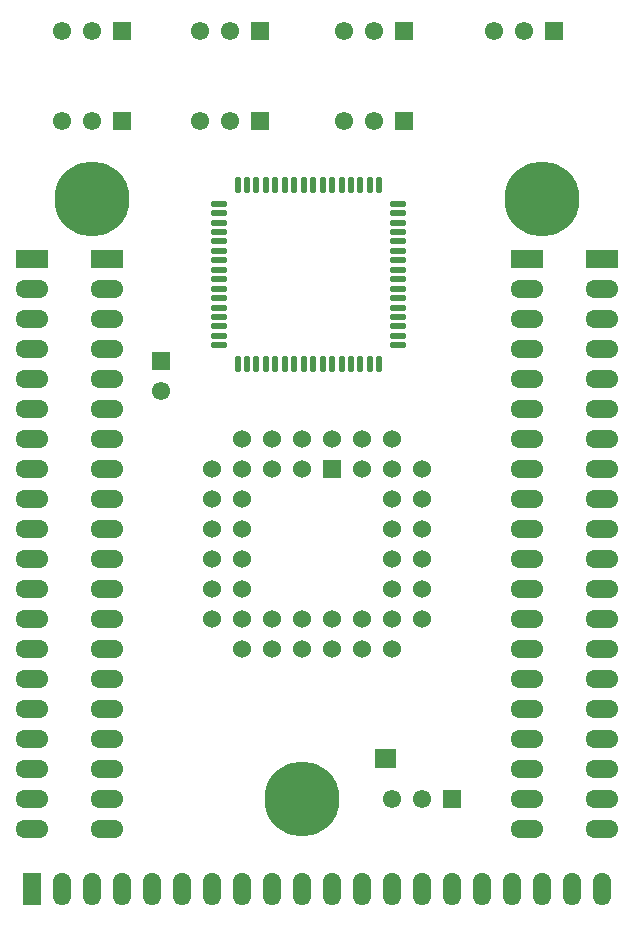
<source format=gbr>
%TF.GenerationSoftware,KiCad,Pcbnew,7.0.2*%
%TF.CreationDate,2023-05-23T14:23:01-07:00*%
%TF.ProjectId,CW308T_87C51,43573330-3854-45f3-9837-4335312e6b69,rev?*%
%TF.SameCoordinates,Original*%
%TF.FileFunction,Soldermask,Top*%
%TF.FilePolarity,Negative*%
%FSLAX46Y46*%
G04 Gerber Fmt 4.6, Leading zero omitted, Abs format (unit mm)*
G04 Created by KiCad (PCBNEW 7.0.2) date 2023-05-23 14:23:01*
%MOMM*%
%LPD*%
G01*
G04 APERTURE LIST*
%ADD10R,1.550000X1.550000*%
%ADD11C,1.550000*%
%ADD12R,1.524000X1.524000*%
%ADD13C,1.524000*%
%ADD14R,2.794000X1.524000*%
%ADD15O,2.794000X1.524000*%
%ADD16R,1.524000X2.794000*%
%ADD17O,1.524000X2.794000*%
%ADD18C,6.350000*%
%ADD19R,0.635000X1.270000*%
%ADD20O,0.550000X1.450000*%
%ADD21O,1.450000X0.550000*%
G04 APERTURE END LIST*
%TO.C,SJ1*%
G36*
X77300000Y25500000D02*
G01*
X79100000Y25500000D01*
X79100000Y27100000D01*
X77300000Y27100000D01*
X77300000Y25500000D01*
G37*
%TD*%
D10*
%TO.C,J11*%
X83820000Y22860000D03*
D11*
X81280000Y22860000D03*
X78740000Y22860000D03*
%TD*%
D10*
%TO.C,J6*%
X55880000Y80264000D03*
D11*
X53340000Y80264000D03*
X50800000Y80264000D03*
%TD*%
D12*
%TO.C,U1*%
X73660000Y50800000D03*
D13*
X71120000Y53340000D03*
X71120000Y50800000D03*
X68580000Y53340000D03*
X68580000Y50800000D03*
X66040000Y53340000D03*
X63500000Y50800000D03*
X66040000Y50800000D03*
X63500000Y48260000D03*
X66040000Y48260000D03*
X63500000Y45720000D03*
X66040000Y45720000D03*
X63500000Y43180000D03*
X66040000Y43180000D03*
X63500000Y40640000D03*
X66040000Y40640000D03*
X63500000Y38100000D03*
X66040000Y35560000D03*
X66040000Y38100000D03*
X68580000Y35560000D03*
X68580000Y38100000D03*
X71120000Y35560000D03*
X71120000Y38100000D03*
X73660000Y35560000D03*
X73660000Y38100000D03*
X76200000Y35560000D03*
X76200000Y38100000D03*
X78740000Y35560000D03*
X81280000Y38100000D03*
X78740000Y38100000D03*
X81280000Y40640000D03*
X78740000Y40640000D03*
X81280000Y43180000D03*
X78740000Y43180000D03*
X81280000Y45720000D03*
X78740000Y45720000D03*
X81280000Y48260000D03*
X78740000Y48260000D03*
X81280000Y50800000D03*
X78740000Y53340000D03*
X78740000Y50800000D03*
X76200000Y53340000D03*
X76200000Y50800000D03*
X73660000Y53340000D03*
%TD*%
D10*
%TO.C,J1*%
X79756000Y87884000D03*
D11*
X77216000Y87884000D03*
X74676000Y87884000D03*
%TD*%
D14*
%TO.C,J10*%
X48260000Y68580000D03*
D15*
X48260000Y66040000D03*
X48260000Y63500000D03*
X48260000Y60960000D03*
X48260000Y58420000D03*
X48260000Y55880000D03*
X48260000Y53340000D03*
X48260000Y50800000D03*
X48260000Y48260000D03*
X48260000Y45720000D03*
X48260000Y43180000D03*
X48260000Y40640000D03*
X48260000Y38100000D03*
X48260000Y35560000D03*
X48260000Y33020000D03*
X48260000Y30480000D03*
X48260000Y27940000D03*
X48260000Y25400000D03*
X48260000Y22860000D03*
X48260000Y20320000D03*
D16*
X48260000Y15240000D03*
D17*
X50800000Y15240000D03*
X53340000Y15240000D03*
X55880000Y15240000D03*
X58420000Y15240000D03*
X60960000Y15240000D03*
X63500000Y15240000D03*
X66040000Y15240000D03*
X68580000Y15240000D03*
X71120000Y15240000D03*
X73660000Y15240000D03*
X76200000Y15240000D03*
X78740000Y15240000D03*
X81280000Y15240000D03*
X83820000Y15240000D03*
X86360000Y15240000D03*
X88900000Y15240000D03*
X91440000Y15240000D03*
X93980000Y15240000D03*
X96520000Y15240000D03*
D14*
X96520000Y68580000D03*
D15*
X96520000Y66040000D03*
X96520000Y63500000D03*
X96520000Y60960000D03*
X96520000Y58420000D03*
X96520000Y55880000D03*
X96520000Y53340000D03*
X96520000Y50800000D03*
X96520000Y48260000D03*
X96520000Y45720000D03*
X96520000Y43180000D03*
X96520000Y40640000D03*
X96520000Y38100000D03*
X96520000Y35560000D03*
X96520000Y33020000D03*
X96520000Y30480000D03*
X96520000Y27940000D03*
X96520000Y25400000D03*
X96520000Y22860000D03*
X96520000Y20320000D03*
D18*
X53340000Y73660000D03*
X71120000Y22860000D03*
X91440000Y73660000D03*
%TD*%
D14*
%TO.C,J8*%
X90170000Y68580000D03*
D15*
X90170000Y66040000D03*
X90170000Y63500000D03*
X90170000Y60960000D03*
X90170000Y58420000D03*
X90170000Y55880000D03*
X90170000Y53340000D03*
X90170000Y50800000D03*
X90170000Y48260000D03*
X90170000Y45720000D03*
X90170000Y43180000D03*
X90170000Y40640000D03*
X90170000Y38100000D03*
X90170000Y35560000D03*
X90170000Y33020000D03*
X90170000Y30480000D03*
X90170000Y27940000D03*
X90170000Y25400000D03*
X90170000Y22860000D03*
X90170000Y20320000D03*
%TD*%
D10*
%TO.C,J5*%
X67564000Y80264000D03*
D11*
X65024000Y80264000D03*
X62484000Y80264000D03*
%TD*%
D10*
%TO.C,J3*%
X67564000Y87884000D03*
D11*
X65024000Y87884000D03*
X62484000Y87884000D03*
%TD*%
D10*
%TO.C,J4*%
X55880000Y87884000D03*
D11*
X53340000Y87884000D03*
X50800000Y87884000D03*
%TD*%
D19*
%TO.C,SJ1*%
X77788100Y26300000D03*
X78611900Y26300000D03*
%TD*%
D10*
%TO.C,J7*%
X79756000Y80264000D03*
D11*
X77216000Y80264000D03*
X74676000Y80264000D03*
%TD*%
D14*
%TO.C,J9*%
X54610000Y68580000D03*
D15*
X54610000Y66040000D03*
X54610000Y63500000D03*
X54610000Y60960000D03*
X54610000Y58420000D03*
X54610000Y55880000D03*
X54610000Y53340000D03*
X54610000Y50800000D03*
X54610000Y48260000D03*
X54610000Y45720000D03*
X54610000Y43180000D03*
X54610000Y40640000D03*
X54610000Y38100000D03*
X54610000Y35560000D03*
X54610000Y33020000D03*
X54610000Y30480000D03*
X54610000Y27940000D03*
X54610000Y25400000D03*
X54610000Y22860000D03*
X54610000Y20320000D03*
%TD*%
D20*
%TO.C,U3*%
X77700020Y74899980D03*
X76900020Y74899980D03*
X76099980Y74899980D03*
X75299980Y74899980D03*
X74499980Y74899980D03*
X73699980Y74899980D03*
X72899980Y74899980D03*
X72099980Y74899980D03*
X71299980Y74899980D03*
X70499990Y74899980D03*
X69699990Y74899980D03*
X68899990Y74899980D03*
X68099990Y74899980D03*
X67299990Y74899980D03*
X66499990Y74899980D03*
X65700000Y74899980D03*
D21*
X64100000Y73299980D03*
X64100000Y72499980D03*
X64100000Y71699980D03*
X64100000Y70899990D03*
X64100000Y70099990D03*
X64100000Y69299990D03*
X64100000Y68499990D03*
X64100000Y67699990D03*
X64100000Y66899990D03*
X64100000Y66100000D03*
X64100000Y65300000D03*
X64100000Y64500000D03*
X64100000Y63700000D03*
X64100000Y62900000D03*
X64100000Y62100000D03*
X64100000Y61300000D03*
D20*
X65700000Y59700010D03*
X66499990Y59700010D03*
X67299990Y59700010D03*
X68099990Y59700010D03*
X68899990Y59700010D03*
X69699990Y59700010D03*
X70499990Y59700010D03*
X71299980Y59700010D03*
X72099980Y59700010D03*
X72899980Y59700010D03*
X73699980Y59700010D03*
X74499980Y59700010D03*
X75299980Y59700010D03*
X76099980Y59700010D03*
X76900020Y59700010D03*
X77700020Y59700010D03*
D21*
X79300020Y61300000D03*
X79300020Y62100000D03*
X79300020Y62900000D03*
X79300020Y63700000D03*
X79300020Y64500000D03*
X79300020Y65300000D03*
X79300020Y66100000D03*
X79300020Y66899990D03*
X79300020Y67699990D03*
X79300020Y68499990D03*
X79300020Y69299990D03*
X79300020Y70099990D03*
X79300020Y70899990D03*
X79300020Y71699980D03*
X79300020Y72499980D03*
X79300020Y73299980D03*
%TD*%
D10*
%TO.C,J12*%
X59258200Y60020200D03*
D11*
X59258200Y57480200D03*
%TD*%
D10*
%TO.C,J2*%
X92456000Y87884000D03*
D11*
X89916000Y87884000D03*
X87376000Y87884000D03*
%TD*%
M02*

</source>
